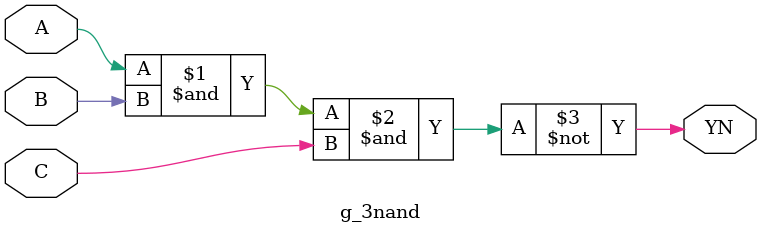
<source format=v>
module g_3nand (YN, A, B, C);

   input A, B, C;
   output YN;

   nand (YN, A, B, C);

endmodule // g_3nand

</source>
